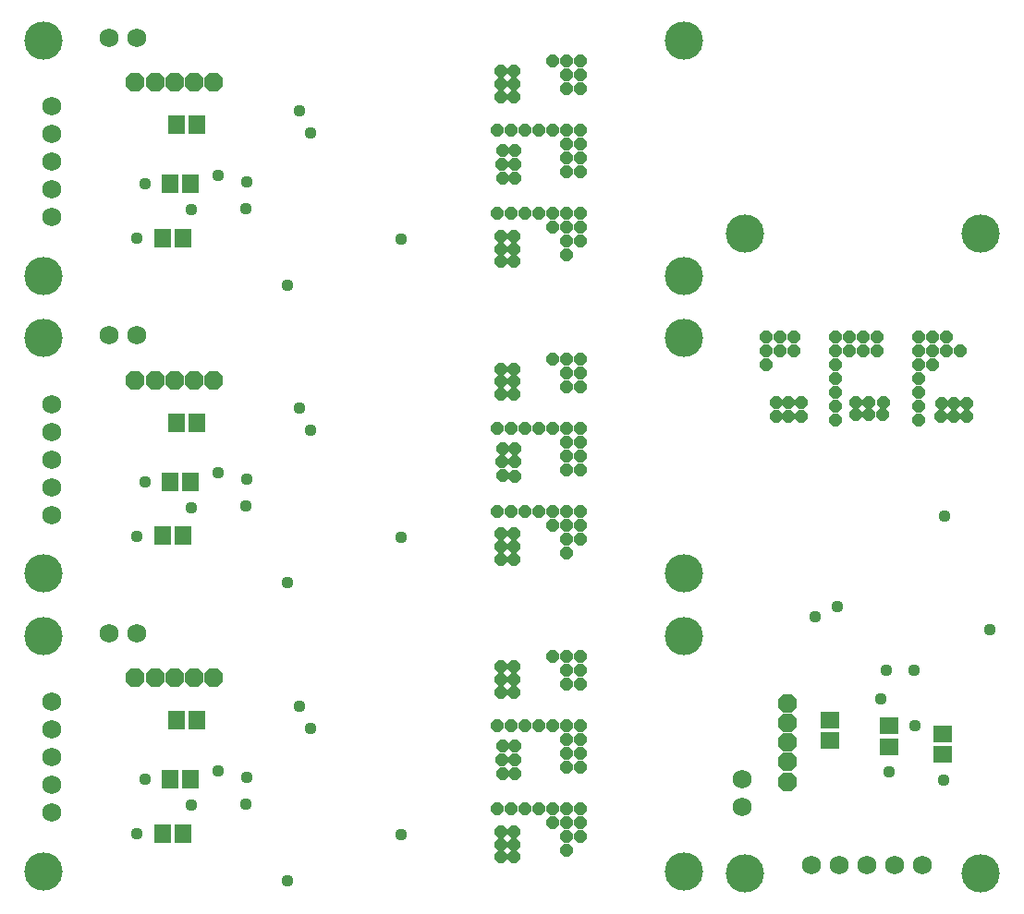
<source format=gbs>
G75*
G70*
%OFA0B0*%
%FSLAX24Y24*%
%IPPOS*%
%LPD*%
%AMOC8*
5,1,8,0,0,1.08239X$1,22.5*
%
%ADD10R,0.0592X0.0710*%
%ADD11C,0.0680*%
%ADD12C,0.1380*%
%ADD13OC8,0.0674*%
%ADD14R,0.0710X0.0592*%
%ADD15OC8,0.0437*%
%ADD16C,0.0437*%
D10*
X005518Y002834D03*
X006266Y002834D03*
X006541Y004792D03*
X005793Y004792D03*
X006019Y006920D03*
X006767Y006920D03*
X006266Y013584D03*
X005518Y013584D03*
X005793Y015542D03*
X006541Y015542D03*
X006767Y017670D03*
X006019Y017670D03*
X006266Y024334D03*
X005518Y024334D03*
X005793Y026292D03*
X006541Y026292D03*
X006767Y028420D03*
X006019Y028420D03*
D11*
X004605Y031566D03*
X003605Y031566D03*
X001531Y029082D03*
X001531Y028082D03*
X001531Y027082D03*
X001531Y026082D03*
X001531Y025082D03*
X003605Y020816D03*
X004605Y020816D03*
X001531Y018332D03*
X001531Y017332D03*
X001531Y016332D03*
X001531Y015332D03*
X001531Y014332D03*
X003605Y010066D03*
X004605Y010066D03*
X001531Y007582D03*
X001531Y006582D03*
X001531Y005582D03*
X001531Y004582D03*
X001531Y003582D03*
X026440Y003777D03*
X026440Y004777D03*
X028924Y001702D03*
X029924Y001702D03*
X030924Y001702D03*
X031924Y001702D03*
X032924Y001702D03*
D12*
X001231Y001464D03*
X001232Y009964D03*
X001231Y012214D03*
X001232Y020714D03*
X001231Y022964D03*
X001232Y031464D03*
X024332Y031464D03*
X026542Y024503D03*
X024332Y022964D03*
X024332Y020714D03*
X024332Y012214D03*
X024332Y009964D03*
X024332Y001464D03*
X026542Y001404D03*
X035042Y001403D03*
X035042Y024503D03*
D13*
X028060Y007543D03*
X028060Y006835D03*
X028060Y006126D03*
X028060Y005417D03*
X028060Y004709D03*
X007372Y008446D03*
X006663Y008446D03*
X005955Y008446D03*
X005246Y008446D03*
X004537Y008446D03*
X004537Y019196D03*
X005246Y019196D03*
X005955Y019196D03*
X006663Y019196D03*
X007372Y019196D03*
X007372Y029946D03*
X006663Y029946D03*
X005955Y029946D03*
X005246Y029946D03*
X004537Y029946D03*
D14*
X029586Y006938D03*
X029586Y006190D03*
X031714Y005965D03*
X031714Y006713D03*
X033672Y006437D03*
X033672Y005689D03*
D15*
X020592Y005714D03*
X020092Y005714D03*
X020092Y006214D03*
X020092Y006714D03*
X020592Y006714D03*
X020592Y006214D03*
X019592Y006714D03*
X019092Y006714D03*
X018592Y006714D03*
X018092Y006714D03*
X017592Y006714D03*
X017782Y005989D03*
X018230Y005980D03*
X018227Y005502D03*
X017773Y005506D03*
X017782Y004997D03*
X018221Y004982D03*
X018092Y003714D03*
X018592Y003714D03*
X019092Y003714D03*
X019592Y003714D03*
X020092Y003714D03*
X020592Y003714D03*
X020592Y003214D03*
X020092Y003214D03*
X019592Y003214D03*
X020092Y002714D03*
X020592Y002714D03*
X020092Y002214D03*
X018194Y002443D03*
X018194Y002895D03*
X017724Y002901D03*
X017724Y002443D03*
X017724Y001979D03*
X018194Y001979D03*
X017592Y003714D03*
X020092Y005214D03*
X020592Y005214D03*
X018206Y007943D03*
X018206Y008402D03*
X018206Y008402D03*
X017724Y008396D03*
X017737Y007943D03*
X017726Y008860D03*
X018206Y008860D03*
X019592Y009214D03*
X020092Y009214D03*
X020592Y009214D03*
X020592Y008714D03*
X020092Y008714D03*
X020092Y008214D03*
X020592Y008214D03*
X018194Y012729D03*
X017724Y012729D03*
X017724Y013193D03*
X017724Y013651D03*
X018194Y013645D03*
X018194Y013193D03*
X018092Y014464D03*
X018592Y014464D03*
X019092Y014464D03*
X019592Y014464D03*
X020092Y014464D03*
X020592Y014464D03*
X020592Y013964D03*
X020092Y013964D03*
X019592Y013964D03*
X020092Y013464D03*
X020592Y013464D03*
X020092Y012964D03*
X017592Y014464D03*
X017782Y015747D03*
X018221Y015732D03*
X018227Y016252D03*
X017773Y016256D03*
X017782Y016739D03*
X018230Y016730D03*
X018092Y017464D03*
X018592Y017464D03*
X019092Y017464D03*
X019592Y017464D03*
X020092Y017464D03*
X020592Y017464D03*
X020592Y016964D03*
X020092Y016964D03*
X020092Y016464D03*
X020592Y016464D03*
X020592Y015964D03*
X020092Y015964D03*
X017592Y017464D03*
X017737Y018693D03*
X017724Y019146D03*
X017726Y019610D03*
X018206Y019610D03*
X018206Y019152D03*
X018206Y019152D03*
X018206Y018693D03*
X019592Y019964D03*
X020092Y019964D03*
X020592Y019964D03*
X020592Y019464D03*
X020092Y019464D03*
X020092Y018964D03*
X020592Y018964D03*
X018194Y023479D03*
X017724Y023479D03*
X017724Y023943D03*
X017724Y024401D03*
X018194Y024395D03*
X018194Y023943D03*
X018092Y025214D03*
X018592Y025214D03*
X019092Y025214D03*
X019592Y025214D03*
X020092Y025214D03*
X020592Y025214D03*
X020592Y024714D03*
X020092Y024714D03*
X019592Y024714D03*
X020092Y024214D03*
X020592Y024214D03*
X020092Y023714D03*
X017592Y025214D03*
X017782Y026497D03*
X018221Y026482D03*
X018227Y027002D03*
X017773Y027006D03*
X017782Y027489D03*
X018230Y027480D03*
X018092Y028214D03*
X018592Y028214D03*
X019092Y028214D03*
X019592Y028214D03*
X020092Y028214D03*
X020592Y028214D03*
X020592Y027714D03*
X020092Y027714D03*
X020092Y027214D03*
X020592Y027214D03*
X020592Y026714D03*
X020092Y026714D03*
X017592Y028214D03*
X017737Y029443D03*
X017724Y029896D03*
X017726Y030360D03*
X018206Y030360D03*
X018206Y029902D03*
X018206Y029902D03*
X018206Y029443D03*
X019592Y030714D03*
X020092Y030714D03*
X020592Y030714D03*
X020592Y030214D03*
X020092Y030214D03*
X020092Y029714D03*
X020592Y029714D03*
X027292Y020763D03*
X027792Y020763D03*
X028292Y020763D03*
X028292Y020263D03*
X027792Y020263D03*
X027292Y020263D03*
X027292Y019763D03*
X027646Y018377D03*
X028104Y018377D03*
X028104Y018377D03*
X028563Y018377D03*
X028563Y017908D03*
X028110Y017895D03*
X027646Y017898D03*
X029792Y017763D03*
X029792Y018263D03*
X029792Y018763D03*
X029792Y019263D03*
X029792Y019763D03*
X029792Y020263D03*
X030292Y020263D03*
X030792Y020263D03*
X031292Y020263D03*
X031292Y020763D03*
X030792Y020763D03*
X030292Y020763D03*
X029792Y020763D03*
X030526Y018401D03*
X031004Y018398D03*
X031524Y018393D03*
X031509Y017953D03*
X031000Y017945D03*
X030517Y017953D03*
X032792Y017763D03*
X032792Y018263D03*
X032792Y018763D03*
X032792Y019263D03*
X032792Y019763D03*
X032792Y020263D03*
X033292Y020263D03*
X033292Y019763D03*
X033792Y020263D03*
X034292Y020263D03*
X033792Y020763D03*
X033292Y020763D03*
X032792Y020763D03*
X033611Y018365D03*
X034063Y018365D03*
X034527Y018365D03*
X034527Y017895D03*
X034063Y017895D03*
X033605Y017895D03*
D16*
X033719Y014283D03*
X029872Y011033D03*
X029068Y010647D03*
X031632Y008723D03*
X032612Y008713D03*
X031412Y007693D03*
X032662Y006723D03*
X031719Y005054D03*
X033689Y004761D03*
X035369Y010188D03*
X014111Y013536D03*
X010017Y011887D03*
X008542Y014644D03*
X008552Y015624D03*
X007522Y015844D03*
X006552Y014594D03*
X004883Y015536D03*
X004589Y013567D03*
X010476Y018188D03*
X010862Y017384D03*
X010017Y022637D03*
X008542Y025394D03*
X008552Y026374D03*
X007522Y026594D03*
X006552Y025344D03*
X004883Y026286D03*
X004589Y024317D03*
X010476Y028938D03*
X010862Y028134D03*
X014111Y024286D03*
X010476Y007438D03*
X010862Y006634D03*
X008552Y004874D03*
X008542Y003894D03*
X007522Y005094D03*
X006552Y003844D03*
X004883Y004786D03*
X004589Y002817D03*
X010017Y001137D03*
X014111Y002786D03*
M02*

</source>
